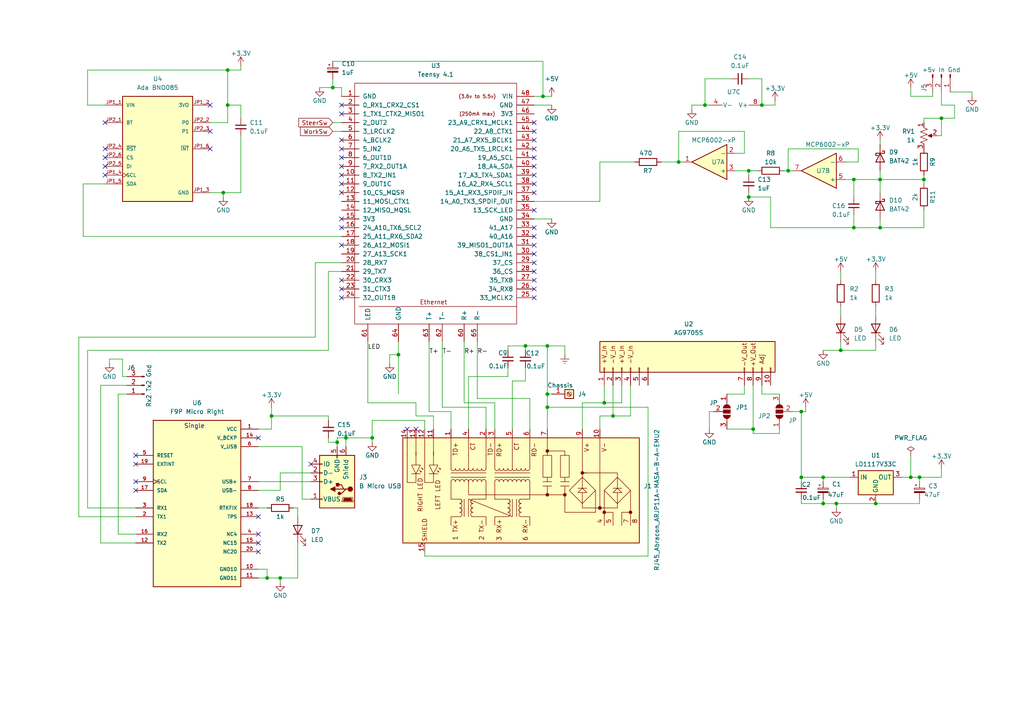
<source format=kicad_sch>
(kicad_sch (version 20211123) (generator eeschema)
  (paper "A4")
  (title_block (title "GPS_Micro") (date "2023-01-12") (comment 1 "Single Antenna Autosteer"))
  (lib_symbols
    (symbol "AS-RTK2B-MICRO-F9P-L1L2SMATH-00:AS-RTK2B-MICRO-F9P-L1L2SMATH-00" (pin_names (offset 1.016))
      (property "Reference" "U" (at -12.7 23.622 0))
      (property "Value" "AS-RTK2B-MICRO-F9P-L1L2SMATH-00" (at -12.7 -27.94 0))
      (symbol "AS-RTK2B-MICRO-F9P-L1L2SMATH-00_0_0"
        (pin power_in line (at 17.78 20.32 180) (length 5.08) (name "VCC") (number "1"))
        (pin power_in line (at 17.78 -20.32 180) (length 5.08) (name "GND10") (number "10"))
        (pin power_in line (at 17.78 -22.86 180) (length 5.08) (name "GND11") (number "11"))
        (pin output line (at -17.78 -12.7 0) (length 5.08) (name "TX2") (number "12"))
        (pin output line (at 17.78 -5.08 180) (length 5.08) (name "TPS") (number "13"))
        (pin power_in line (at 17.78 17.78 180) (length 5.08) (name "V_BCKP") (number "14"))
        (pin passive line (at 17.78 -12.7 180) (length 5.08) (name "NC15") (number "15"))
        (pin input line (at -17.78 -10.16 0) (length 5.08) (name "RX2") (number "16"))
        (pin bidirectional line (at -17.78 2.54 0) (length 5.08) (name "SDA") (number "17"))
        (pin output line (at 17.78 -2.54 180) (length 5.08) (name "RTKFIX") (number "18"))
        (pin input line (at -17.78 10.16 0) (length 5.08) (name "EXTINT") (number "19"))
        (pin output line (at -17.78 -5.08 0) (length 5.08) (name "TX1") (number "2"))
        (pin passive line (at 17.78 -15.24 180) (length 5.08) (name "NC20") (number "20"))
        (pin input line (at -17.78 -2.54 0) (length 5.08) (name "RX1") (number "3"))
        (pin passive line (at 17.78 -10.16 180) (length 5.08) (name "NC4") (number "4"))
        (pin input line (at -17.78 12.7 0) (length 5.08) (name "RESET") (number "5"))
        (pin power_in line (at 17.78 15.24 180) (length 5.08) (name "V_USB") (number "6"))
        (pin bidirectional line (at 17.78 5.08 180) (length 5.08) (name "USB+") (number "7"))
        (pin bidirectional line (at 17.78 2.54 180) (length 5.08) (name "USB-") (number "8"))
        (pin input clock (at -17.78 5.08 0) (length 5.08) (name "SCL") (number "9"))
      )
    )
    (symbol "Amplifier_Operational:MCP6002-xP" (pin_names (offset 0.127))
      (property "Reference" "U" (at 0 5.08 0))
      (property "Value" "MCP6002-xP" (at 0 -5.08 0))
      (symbol "MCP6002-xP_1_1"
        (pin output line (at 7.62 0 180) (length 2.54) (name "~") (number "1"))
        (pin input line (at -7.62 -2.54 0) (length 2.54) (name "-") (number "2"))
        (pin input line (at -7.62 2.54 0) (length 2.54) (name "+") (number "3"))
      )
      (symbol "MCP6002-xP_2_1"
        (pin input line (at -7.62 2.54 0) (length 2.54) (name "+") (number "5"))
        (pin input line (at -7.62 -2.54 0) (length 2.54) (name "-") (number "6"))
        (pin output line (at 7.62 0 180) (length 2.54) (name "~") (number "7"))
      )
      (symbol "MCP6002-xP_3_1"
        (pin power_in line (at -2.54 -7.62 90) (length 3.81) (name "V-") (number "4"))
        (pin power_in line (at -2.54 7.62 270) (length 3.81) (name "V+") (number "8"))
      )
    )
    (symbol "BNO085_4754:4754" (pin_names (offset 1.016))
      (property "Reference" "U" (at -10.16 16.002 0))
      (property "Value" "4754" (at -10.16 -17.78 0))
      (symbol "4754_0_0"
        (pin input line (at -15.24 12.7 0) (length 5.08) (name "VIN") (number "JP1_1"))
        (pin output line (at 15.24 12.7 180) (length 5.08) (name "3VO") (number "JP1_2"))
        (pin power_in line (at 15.24 -12.7 180) (length 5.08) (name "GND") (number "JP1_3"))
        (pin bidirectional clock (at -15.24 -7.62 0) (length 5.08) (name "SCL") (number "JP1_4"))
        (pin bidirectional line (at -15.24 -10.16 0) (length 5.08) (name "SDA") (number "JP1_5"))
        (pin output line (at 15.24 0 180) (length 5.08) (name "~{INT}") (number "JP1_6"))
        (pin input line (at -15.24 7.62 0) (length 5.08) (name "BT") (number "JP2_1"))
        (pin bidirectional line (at 15.24 7.62 180) (length 5.08) (name "P0") (number "JP2_2"))
        (pin bidirectional line (at 15.24 5.08 180) (length 5.08) (name "P1") (number "JP2_3"))
        (pin input line (at -15.24 0 0) (length 5.08) (name "~{RST}") (number "JP2_4"))
        (pin input line (at -15.24 -5.08 0) (length 5.08) (name "DI") (number "JP2_5"))
        (pin input line (at -15.24 -2.54 0) (length 5.08) (name "CS") (number "JP2_6"))
      )
    )
    (symbol "Connector:Conn_01x03_Male" (pin_names (offset 1.016) hide)
      (property "Reference" "J" (at 0 5.08 0))
      (property "Value" "Conn_01x03_Male" (at 0 -5.08 0))
      (symbol "Conn_01x03_Male_1_1"
        (pin passive line (at 5.08 2.54 180) (length 3.81) (name "Pin_1") (number "1"))
        (pin passive line (at 5.08 0 180) (length 3.81) (name "Pin_2") (number "2"))
        (pin passive line (at 5.08 -2.54 180) (length 3.81) (name "Pin_3") (number "3"))
      )
    )
    (symbol "Connector:RJ45_Abracon_ARJP11A-MASA-B-A-EMU2" (pin_names (offset 1.016) hide)
      (property "Reference" "J" (at 0 -38.1 0))
      (property "Value" "RJ45_Abracon_ARJP11A-MASA-B-A-EMU2" (at 0 -35.56 0))
      (symbol "RJ45_Abracon_ARJP11A-MASA-B-A-EMU2_0_0"
        (text "1 TX+" (at 11.43 -19.05 0) (effects (font (size 1.27 1.27))))
        (text "2 TX-" (at 11.43 -11.43 0) (effects (font (size 1.27 1.27))))
        (text "3 RX+" (at 11.43 -6.35 0) (effects (font (size 1.27 1.27))))
        (text "4" (at 8.89 22.86 0) (effects (font (size 1.27 1.27))))
        (text "5" (at 8.89 25.4 0) (effects (font (size 1.27 1.27))))
        (text "6 RX-" (at 11.43 1.27 0) (effects (font (size 1.27 1.27))))
        (text "7" (at 8.89 30.48 0) (effects (font (size 1.27 1.27))))
        (text "8" (at 8.89 33.02 0) (effects (font (size 1.27 1.27))))
        (text "CT" (at -13.97 -1.27 0) (effects (font (size 1.27 1.27)) (justify left)))
        (text "LEFT LED" (at 1.27 -24.13 0) (effects (font (size 1.27 1.27))))
        (text "RD-" (at -13.97 3.81 0) (effects (font (size 1.27 1.27)) (justify left)))
        (text "SHIELD" (at 11.43 -27.94 0) (effects (font (size 1.27 1.27))))
        (text "V+" (at -13.97 19.05 0) (effects (font (size 1.27 1.27)) (justify left)))
        (text "V-" (at -13.97 24.13 0) (effects (font (size 1.27 1.27)) (justify left)))
      )
      (symbol "RJ45_Abracon_ARJP11A-MASA-B-A-EMU2_1_1"
        (text "CT" (at -13.97 -13.97 0) (effects (font (size 1.27 1.27)) (justify left)))
        (text "RD+" (at -13.97 -6.35 0) (effects (font (size 1.27 1.27)) (justify left)))
        (text "RIGHT LED" (at 1.27 -29.21 0) (effects (font (size 1.27 1.27))))
        (text "TD+" (at -13.97 -19.05 0) (effects (font (size 1.27 1.27)) (justify left)))
        (text "TD-" (at -13.97 -8.89 0) (effects (font (size 1.27 1.27)) (justify left)))
        (pin passive line (at -17.78 -20.32 0) (length 2.54) (name "TD+") (number "1"))
        (pin power_out line (at -17.78 22.86 0) (length 2.54) (name "V-") (number "10"))
        (pin passive line (at -17.78 -25.4 0) (length 2.54) (name "LLED+") (number "11"))
        (pin passive line (at -17.78 -27.94 0) (length 2.54) (name "LLED-") (number "12"))
        (pin passive line (at -17.78 -30.48 0) (length 2.54) (name "RLED+") (number "13"))
        (pin passive line (at -17.78 -33.02 0) (length 2.54) (name "RLED-") (number "14"))
        (pin passive line (at 17.78 -27.94 180) (length 2.54) (name "SHIELD") (number "15"))
        (pin passive line (at -17.78 -10.16 0) (length 2.54) (name "TD-") (number "2"))
        (pin passive line (at -17.78 -7.62 0) (length 2.54) (name "RD+") (number "3"))
        (pin passive line (at -17.78 -15.24 0) (length 2.54) (name "CT") (number "4"))
        (pin passive line (at -17.78 -2.54 0) (length 2.54) (name "CT") (number "5"))
        (pin passive line (at -17.78 2.54 0) (length 2.54) (name "RD-") (number "6"))
        (pin passive line (at -17.78 7.62 0) (length 2.54) (name "7") (number "7"))
        (pin power_out line (at -17.78 17.78 0) (length 2.54) (name "V+") (number "9"))
      )
    )
    (symbol "Connector:Screw_Terminal_01x01" (pin_names (offset 1.016) hide)
      (property "Reference" "J" (at 0 2.54 0))
      (property "Value" "Screw_Terminal_01x01" (at 0 -2.54 0))
      (symbol "Screw_Terminal_01x01_1_1"
        (pin passive line (at -5.08 0 0) (length 3.81) (name "Pin_1") (number "1"))
      )
    )
    (symbol "Connector:USB_B_Micro" (pin_names (offset 1.016))
      (property "Reference" "J" (at -5.08 11.43 0))
      (property "Value" "USB_B_Micro" (at -5.08 8.89 0))
      (symbol "USB_B_Micro_1_1"
        (pin power_out line (at 7.62 5.08 180) (length 2.54) (name "VBUS") (number "1"))
        (pin bidirectional line (at 7.62 -2.54 180) (length 2.54) (name "D-") (number "2"))
        (pin bidirectional line (at 7.62 0 180) (length 2.54) (name "D+") (number "3"))
        (pin passive line (at 7.62 -5.08 180) (length 2.54) (name "ID") (number "4"))
        (pin power_out line (at 0 -10.16 90) (length 2.54) (name "GND") (number "5"))
        (pin passive line (at -2.54 -10.16 90) (length 2.54) (name "Shield") (number "6"))
      )
    )
    (symbol "Converter_DCDC:OKI-78SR-3.3_1.5-W36-C"
      (property "Reference" "U" (at -3.81 3.175 0))
      (property "Value" "OKI-78SR-3.3_1.5-W36-C" (at 0 3.175 0))
      (symbol "OKI-78SR-3.3_1.5-W36-C_1_1"
        (pin power_in line (at -7.62 0 0) (length 2.54) (name "IN") (number "1"))
        (pin power_in line (at 0 -7.62 90) (length 2.54) (name "GND") (number "2"))
        (pin power_out line (at 7.62 0 180) (length 2.54) (name "OUT") (number "3"))
      )
    )
    (symbol "Device:C_Polarized_Small" (pin_numbers hide) (pin_names (offset 0.254) hide)
      (property "Reference" "C" (at 0.254 1.778 0))
      (property "Value" "C_Polarized_Small" (at 0.254 -2.032 0))
      (symbol "C_Polarized_Small_1_1"
        (pin passive line (at 0 2.54 270) (length 1.8542) (name "~") (number "1"))
        (pin passive line (at 0 -2.54 90) (length 1.8542) (name "~") (number "2"))
      )
    )
    (symbol "Device:C_Small" (pin_numbers hide) (pin_names (offset 0.254) hide)
      (property "Reference" "C" (at 0.254 1.778 0))
      (property "Value" "C_Small" (at 0.254 -2.032 0))
      (symbol "C_Small_1_1"
        (pin passive line (at 0 2.54 270) (length 2.032) (name "~") (number "1"))
        (pin passive line (at 0 -2.54 90) (length 2.032) (name "~") (number "2"))
      )
    )
    (symbol "Device:LED" (pin_numbers hide) (pin_names (offset 1.016) hide)
      (property "Reference" "D" (at 0 2.54 0))
      (property "Value" "LED" (at 0 -2.54 0))
      (symbol "LED_1_1"
        (pin passive line (at -3.81 0 0) (length 2.54) (name "K") (number "1"))
        (pin passive line (at 3.81 0 180) (length 2.54) (name "A") (number "2"))
      )
    )
    (symbol "Device:R" (pin_numbers hide) (pin_names (offset 0))
      (property "Reference" "R" (at 2.032 0 90))
      (property "Value" "R" (at 0 0 90))
      (symbol "R_1_1"
        (pin passive line (at 0 3.81 270) (length 1.27) (name "~") (number "1"))
        (pin passive line (at 0 -3.81 90) (length 1.27) (name "~") (number "2"))
      )
    )
    (symbol "Device:R_Potentiometer_US" (pin_names (offset 1.016) hide)
      (property "Reference" "RV" (at -4.445 0 90))
      (property "Value" "R_Potentiometer_US" (at -2.54 0 90))
      (symbol "R_Potentiometer_US_1_1"
        (pin passive line (at 0 3.81 270) (length 1.27) (name "1") (number "1"))
        (pin passive line (at 3.81 0 180) (length 1.27) (name "2") (number "2"))
        (pin passive line (at 0 -3.81 90) (length 1.27) (name "3") (number "3"))
      )
    )
    (symbol "Diode:BAT42" (pin_numbers hide) (pin_names (offset 1.016) hide)
      (property "Reference" "D" (at 0 2.54 0))
      (property "Value" "BAT42" (at 0 -2.54 0))
      (symbol "BAT42_1_1"
        (pin passive line (at -3.81 0 0) (length 2.54) (name "K") (number "1"))
        (pin passive line (at 3.81 0 180) (length 2.54) (name "A") (number "2"))
      )
    )
    (symbol "Jumper:SolderJumper_3_Open" (pin_names (offset 0) hide)
      (property "Reference" "JP" (at -2.54 -2.54 0))
      (property "Value" "SolderJumper_3_Open" (at 0 2.794 0))
      (symbol "SolderJumper_3_Open_1_1"
        (pin passive line (at -5.08 0 0) (length 2.54) (name "A") (number "1"))
        (pin passive line (at 0 -3.81 90) (length 2.54) (name "C") (number "2"))
        (pin passive line (at 5.08 0 180) (length 2.54) (name "B") (number "3"))
      )
    )
    (symbol "ag9705s:AG9705S" (pin_names (offset 1.016) hide)
      (property "Reference" "U?" (at 1.6256 6.35 90))
      (property "Value" "AG9705S" (at 3.81 -1.27 90))
      (symbol "AG9705S_0_0"
        (text "+V_In" (at 3.81 17.78 0) (effects (font (size 1.27 1.27))))
        (text "+V_In" (at 3.81 22.86 0) (effects (font (size 1.27 1.27))))
        (text "+V_Out" (at 3.81 -20.32 0) (effects (font (size 1.27 1.27))))
        (text "-V_In" (at 3.81 15.24 0) (effects (font (size 1.27 1.27))))
        (text "-V_In" (at 3.81 20.32 0) (effects (font (size 1.27 1.27))))
        (text "-V_Out" (at 3.81 -17.78 0) (effects (font (size 1.27 1.27))))
        (text "Adj" (at 2.54 -22.86 0) (effects (font (size 1.27 1.27))))
      )
      (symbol "AG9705S_1_1"
        (pin power_in line (at -5.08 22.86 0) (length 3.81) (name "V+_In") (number "1"))
        (pin free line (at -5.08 -25.4 0) (length 3.81) (name "NC") (number "10"))
        (pin power_in line (at -5.08 20.32 0) (length 3.81) (name "V-_In") (number "2"))
        (pin power_in line (at -5.08 17.78 0) (length 3.81) (name "V+_In") (number "3"))
        (pin power_in line (at -5.08 15.24 0) (length 3.81) (name "V-_In") (number "4"))
        (pin free line (at -5.08 12.7 0) (length 3.81) (name "NC") (number "5"))
        (pin free line (at -5.08 10.16 0) (length 3.81) (name "NC") (number "6"))
        (pin power_out line (at -5.08 -17.78 0) (length 3.81) (name "-VDC") (number "7"))
        (pin power_out line (at -5.08 -20.32 0) (length 3.81) (name "VDC+") (number "8"))
        (pin power_in line (at -5.08 -22.86 0) (length 3.81) (name "Adj") (number "9"))
      )
    )
    (symbol "power:+3.3V" (power) (pin_names (offset 0))
      (property "Value" "+3.3V" (at 0 3.556 0))
      (symbol "+3.3V_1_1"
        (pin power_in line (at 0 0 90) (length 0) hide (name "+3.3V") (number "1"))
      )
    )
    (symbol "power:+5V" (power) (pin_names (offset 0))
      (property "Value" "+5V" (at 0 3.556 0))
      (symbol "+5V_1_1"
        (pin power_in line (at 0 0 90) (length 0) hide (name "+5V") (number "1"))
      )
    )
    (symbol "power:Earth" (power) (pin_names (offset 0))
      (symbol "Earth_1_1"
        (pin power_in line (at 0 0 270) (length 0) hide (name "Earth") (number "1"))
      )
    )
    (symbol "power:GND" (power) (pin_names (offset 0))
      (property "Value" "GND" (at 0 -3.81 0))
      (symbol "GND_1_1"
        (pin power_in line (at 0 0 270) (length 0) hide (name "GND") (number "1"))
      )
    )
    (symbol "power:PWR_FLAG" (power) (pin_numbers hide) (pin_names (offset 0) hide)
      (property "Value" "PWR_FLAG" (at 0 3.81 0))
      (symbol "PWR_FLAG_0_0"
        (pin power_out line (at 0 0 90) (length 0) (name "pwr") (number "1"))
      )
    )
    (symbol "teensy4.1_nohost_bgt:teensy4.1_NoHost_BGT" (pin_names (offset 1.016))
      (property "Reference" "U3" (at -60.325 107.95 0))
      (property "Value" "teensy4.1_NoHost_BGT" (at -60.325 105.41 0))
      (symbol "teensy4.1_NoHost_BGT_0_0"
        (text "(250mA max)" (at -48.26 93.98 0) (effects (font (size 1.016 1.016))))
        (text "(3.6v to 5.5v)" (at -48.26 99.06 0) (effects (font (size 1.016 1.016))))
        (text "Ethernet" (at -60.96 39.37 0) (effects (font (size 1.27 1.27))))
        (pin bidirectional line (at -87.63 76.2 0) (length 5.08) (name "8_TX2_IN1") (number "10"))
        (pin bidirectional line (at -87.63 73.66 0) (length 5.08) (name "9_OUT1C") (number "11"))
        (pin bidirectional line (at -87.63 71.12 0) (length 5.08) (name "10_CS_MQSR") (number "12"))
        (pin bidirectional line (at -87.63 68.58 0) (length 5.08) (name "11_MOSI_CTX1") (number "13"))
        (pin bidirectional line (at -87.63 66.04 0) (length 5.08) (name "12_MISO_MQSL") (number "14"))
        (pin power_out line (at -87.63 63.5 0) (length 5.08) (name "3V3") (number "15"))
        (pin bidirectional line (at -87.63 60.96 0) (length 5.08) (name "24_A10_TX6_SCL2") (number "16"))
        (pin bidirectional line (at -87.63 58.42 0) (length 5.08) (name "25_A11_RX6_SDA2") (number "17"))
        (pin bidirectional line (at -87.63 55.88 0) (length 5.08) (name "26_A12_MOSI1") (number "18"))
        (pin bidirectional line (at -87.63 53.34 0) (length 5.08) (name "27_A13_SCK1") (number "19"))
        (pin bidirectional line (at -87.63 50.8 0) (length 5.08) (name "28_RX7") (number "20"))
        (pin bidirectional line (at -87.63 48.26 0) (length 5.08) (name "29_TX7") (number "21"))
        (pin bidirectional line (at -87.63 45.72 0) (length 5.08) (name "30_CRX3") (number "22"))
        (pin bidirectional line (at -87.63 43.18 0) (length 5.08) (name "31_CTX3") (number "23"))
        (pin bidirectional line (at -87.63 40.64 0) (length 5.08) (name "32_OUT1B") (number "24"))
        (pin bidirectional line (at -31.75 40.64 180) (length 5.08) (name "33_MCLK2") (number "25"))
        (pin bidirectional line (at -31.75 43.18 180) (length 5.08) (name "34_RX8") (number "26"))
        (pin bidirectional line (at -31.75 45.72 180) (length 5.08) (name "35_TX8") (number "27"))
        (pin bidirectional line (at -31.75 48.26 180) (length 5.08) (name "36_CS") (number "28"))
        (pin bidirectional line (at -31.75 50.8 180) (length 5.08) (name "37_CS") (number "29"))
        (pin bidirectional line (at -31.75 53.34 180) (length 5.08) (name "38_CS1_IN1") (number "30"))
        (pin bidirectional line (at -31.75 55.88 180) (length 5.08) (name "39_MISO1_OUT1A") (number "31"))
        (pin bidirectional line (at -31.75 58.42 180) (length 5.08) (name "40_A16") (number "32"))
        (pin bidirectional line (at -31.75 60.96 180) (length 5.08) (name "41_A17") (number "33"))
        (pin bidirectional line (at -31.75 66.04 180) (length 5.08) (name "13_SCK_LED") (number "35"))
        (pin bidirectional line (at -31.75 68.58 180) (length 5.08) (name "14_A0_TX3_SPDIF_OUT") (number "36"))
        (pin bidirectional line (at -31.75 71.12 180) (length 5.08) (name "15_A1_RX3_SPDIF_IN") (number "37"))
        (pin bidirectional line (at -31.75 73.66 180) (length 5.08) (name "16_A2_RX4_SCL1") (number "38"))
        (pin bidirectional line (at -31.75 76.2 180) (length 5.08) (name "17_A3_TX4_SDA1") (number "39"))
        (pin bidirectional line (at -31.75 78.74 180) (length 5.08) (name "18_A4_SDA") (number "40"))
        (pin bidirectional line (at -31.75 81.28 180) (length 5.08) (name "19_A5_SCL") (number "41"))
        (pin bidirectional line (at -31.75 83.82 180) (length 5.08) (name "20_A6_TX5_LRCLK1") (number "42"))
        (pin bidirectional line (at -31.75 86.36 180) (length 5.08) (name "21_A7_RX5_BCLK1") (number "43"))
        (pin bidirectional line (at -31.75 88.9 180) (length 5.08) (name "22_A8_CTX1") (number "44"))
        (pin bidirectional line (at -31.75 91.44 180) (length 5.08) (name "23_A9_CRX1_MCLK1") (number "45"))
        (pin output line (at -31.75 93.98 180) (length 5.08) (name "3V3") (number "46"))
        (pin output line (at -31.75 96.52 180) (length 5.08) (name "GND") (number "47"))
        (pin power_in line (at -31.75 99.06 180) (length 5.08) (name "VIN") (number "48"))
        (pin bidirectional line (at -87.63 88.9 0) (length 5.08) (name "3_LRCLK2") (number "5"))
        (pin bidirectional line (at -87.63 86.36 0) (length 5.08) (name "4_BCLK2") (number "6"))
        (pin bidirectional line (at -52.07 27.94 90) (length 5.08) (name "R+") (number "60"))
        (pin bidirectional line (at -80.01 27.94 90) (length 5.08) (name "LED") (number "61"))
        (pin bidirectional line (at -58.42 27.94 90) (length 5.08) (name "T-") (number "62"))
        (pin bidirectional line (at -62.23 27.94 90) (length 5.08) (name "T+") (number "63"))
        (pin bidirectional line (at -71.12 27.94 90) (length 5.08) (name "GND") (number "64"))
        (pin bidirectional line (at -48.26 27.94 90) (length 5.08) (name "R-") (number "65"))
        (pin bidirectional line (at -87.63 83.82 0) (length 5.08) (name "5_IN2") (number "7"))
        (pin bidirectional line (at -87.63 81.28 0) (length 5.08) (name "6_OUT1D") (number "8"))
        (pin bidirectional line (at -87.63 78.74 0) (length 5.08) (name "7_RX2_OUT1A") (number "9"))
      )
      (symbol "teensy4.1_NoHost_BGT_1_1"
        (pin power_in line (at -87.63 99.06 0) (length 5.08) (name "GND") (number "1"))
        (pin bidirectional line (at -87.63 96.52 0) (length 5.08) (name "0_RX1_CRX2_CS1") (number "2"))
        (pin bidirectional line (at -87.63 93.98 0) (length 5.08) (name "1_TX1_CTX2_MISO1") (number "3"))
        (pin power_in line (at -31.75 63.5 180) (length 5.08) (name "GND") (number "34"))
        (pin bidirectional line (at -87.63 91.44 0) (length 5.08) (name "2_OUT2") (number "4"))
      )
    )
  )
  (junction (at 228.6 49.53))
  (junction (at 115.57 102.87))
  (junction (at 217.17 49.53))
  (junction (at 264.16 138.43))
  (junction (at 81.28 167.64))
  (junction (at 217.17 57.15))
  (junction (at 204.47 30.48))
  (junction (at 66.04 30.48))
  (junction (at 96.52 25.4))
  (junction (at 157.48 27.94))
  (junction (at 238.76 146.05))
  (junction (at 100.33 127))
  (junction (at 218.44 124.46))
  (junction (at 107.95 127))
  (junction (at 232.41 138.43))
  (junction (at 238.76 138.43))
  (junction (at 177.8 120.65))
  (junction (at 78.74 120.65))
  (junction (at 247.65 66.04))
  (junction (at 97.79 128.27))
  (junction (at 232.41 119.38))
  (junction (at 243.84 101.6))
  (junction (at 175.26 116.84))
  (junction (at 158.75 114.3))
  (junction (at 64.77 55.88))
  (junction (at 66.04 20.32))
  (junction (at 255.27 66.04))
  (junction (at 77.47 167.64))
  (junction (at 158.75 118.11))
  (junction (at 220.98 30.48))
  (junction (at 255.27 52.07))
  (junction (at 266.7 138.43))
  (junction (at 267.97 52.07))
  (junction (at 254 146.05))
  (junction (at 242.57 146.05))
  (junction (at 152.4 100.33))
  (junction (at 247.65 52.07))
  (junction (at 158.75 100.33))
  (junction (at 196.85 46.99))
  (junction (at 273.05 34.29))
  (no_connect (at 154.94 55.88))
  (no_connect (at 154.94 81.28))
  (no_connect (at 99.06 86.36))
  (no_connect (at 39.37 142.24))
  (no_connect (at 118.11 124.46))
  (no_connect (at 154.94 60.96))
  (no_connect (at 99.06 71.12))
  (no_connect (at 30.48 50.8))
  (no_connect (at 154.94 78.74))
  (no_connect (at 154.94 86.36))
  (no_connect (at 39.37 134.62))
  (no_connect (at 99.06 81.28))
  (no_connect (at 74.93 127))
  (no_connect (at 74.93 149.86))
  (no_connect (at 30.48 35.56))
  (no_connect (at 154.94 53.34))
  (no_connect (at 90.17 134.62))
  (no_connect (at 154.94 83.82))
  (no_connect (at 30.48 43.18))
  (no_connect (at 99.06 83.82))
  (no_connect (at 99.06 30.48))
  (no_connect (at 99.06 66.04))
  (no_connect (at 74.93 160.02))
  (no_connect (at 154.94 68.58))
  (no_connect (at 99.06 33.02))
  (no_connect (at 60.96 30.48))
  (no_connect (at 154.94 40.64))
  (no_connect (at 99.06 48.26))
  (no_connect (at 99.06 40.64))
  (no_connect (at 154.94 38.1))
  (no_connect (at 74.93 154.94))
  (no_connect (at 154.94 73.66))
  (no_connect (at 74.93 157.48))
  (no_connect (at 99.06 55.88))
  (no_connect (at 154.94 43.18))
  (no_connect (at 154.94 71.12))
  (no_connect (at 154.94 35.56))
  (no_connect (at 99.06 53.34))
  (no_connect (at 30.48 45.72))
  (no_connect (at 154.94 45.72))
  (no_connect (at 30.48 48.26))
  (no_connect (at 60.96 38.1))
  (no_connect (at 60.96 43.18))
  (no_connect (at 154.94 76.2))
  (no_connect (at 99.06 43.18))
  (no_connect (at 39.37 139.7))
  (no_connect (at 120.65 124.46))
  (no_connect (at 154.94 48.26))
  (no_connect (at 99.06 50.8))
  (no_connect (at 39.37 132.08))
  (no_connect (at 99.06 45.72))
  (no_connect (at 154.94 66.04))
  (no_connect (at 99.06 63.5))
  (no_connect (at 154.94 50.8))
  (wire (pts (xy 254 88.9) (xy 254 91.44)))
  (wire (pts (xy 243.84 78.74) (xy 243.84 81.28)))
  (wire (pts (xy 96.52 17.78) (xy 157.48 17.78)))
  (wire (pts (xy 273.05 26.67) (xy 273.05 30.48)))
  (wire (pts (xy 158.75 100.33) (xy 158.75 114.3)))
  (wire (pts (xy 229.87 119.38) (xy 232.41 119.38)))
  (wire (pts (xy 64.77 55.88) (xy 64.77 57.15)))
  (wire (pts (xy 264.16 138.43) (xy 266.7 138.43)))
  (wire (pts (xy 267.97 34.29) (xy 267.97 35.56)))
  (wire (pts (xy 124.46 99.06) (xy 124.46 119.38)))
  (wire (pts (xy 74.93 167.64) (xy 77.47 167.64)))
  (wire (pts (xy 39.37 154.94) (xy 34.29 154.94)))
  (wire (pts (xy 113.03 105.41) (xy 113.03 102.87)))
  (wire (pts (xy 148.59 110.49) (xy 152.4 110.49)))
  (wire (pts (xy 29.21 157.48) (xy 29.21 111.76)))
  (wire (pts (xy 191.77 46.99) (xy 196.85 46.99)))
  (wire (pts (xy 168.91 124.46) (xy 168.91 116.84)))
  (wire (pts (xy 217.17 22.86) (xy 220.98 22.86)))
  (wire (pts (xy 74.93 165.1) (xy 77.47 165.1)))
  (wire (pts (xy 196.85 38.1) (xy 196.85 46.99)))
  (wire (pts (xy 217.17 49.53) (xy 219.71 49.53)))
  (wire (pts (xy 123.19 160.02) (xy 123.19 161.29)))
  (wire (pts (xy 232.41 144.78) (xy 232.41 146.05)))
  (wire (pts (xy 34.29 114.3) (xy 36.83 114.3)))
  (wire (pts (xy 205.74 119.38) (xy 205.74 124.46)))
  (wire (pts (xy 267.97 60.96) (xy 267.97 66.04)))
  (wire (pts (xy 245.11 52.07) (xy 247.65 52.07)))
  (wire (pts (xy 247.65 52.07) (xy 247.65 57.15)))
  (wire (pts (xy 261.62 138.43) (xy 264.16 138.43)))
  (wire (pts (xy 238.76 101.6) (xy 243.84 101.6)))
  (wire (pts (xy 22.86 97.79) (xy 22.86 149.86)))
  (wire (pts (xy 175.26 116.84) (xy 180.34 116.84)))
  (wire (pts (xy 275.59 26.67) (xy 281.94 26.67)))
  (wire (pts (xy 271.78 39.37) (xy 273.05 39.37)))
  (wire (pts (xy 86.36 157.48) (xy 86.36 167.64)))
  (wire (pts (xy 173.99 124.46) (xy 173.99 120.65)))
  (wire (pts (xy 95.25 128.27) (xy 97.79 128.27)))
  (wire (pts (xy 281.94 26.67) (xy 281.94 27.94)))
  (wire (pts (xy 154.94 27.94) (xy 157.48 27.94)))
  (wire (pts (xy 254 101.6) (xy 254 99.06)))
  (wire (pts (xy 100.33 127) (xy 100.33 129.54)))
  (wire (pts (xy 95.25 127) (xy 95.25 128.27)))
  (wire (pts (xy 245.11 46.99) (xy 248.92 46.99)))
  (wire (pts (xy 177.8 111.76) (xy 177.8 120.65)))
  (wire (pts (xy 267.97 34.29) (xy 273.05 34.29)))
  (wire (pts (xy 69.85 30.48) (xy 69.85 34.29)))
  (wire (pts (xy 25.4 147.32) (xy 39.37 147.32)))
  (wire (pts (xy 140.97 118.11) (xy 128.27 118.11)))
  (wire (pts (xy 60.96 35.56) (xy 66.04 35.56)))
  (wire (pts (xy 238.76 138.43) (xy 246.38 138.43)))
  (wire (pts (xy 95.25 101.6) (xy 95.25 78.74)))
  (wire (pts (xy 205.74 119.38) (xy 207.01 119.38)))
  (wire (pts (xy 25.4 147.32) (xy 25.4 101.6)))
  (wire (pts (xy 115.57 114.3) (xy 115.57 102.87)))
  (wire (pts (xy 255.27 63.5) (xy 255.27 66.04)))
  (wire (pts (xy 228.6 43.18) (xy 228.6 49.53)))
  (wire (pts (xy 96.52 25.4) (xy 99.06 25.4)))
  (wire (pts (xy 134.62 116.84) (xy 143.51 116.84)))
  (wire (pts (xy 35.56 109.22) (xy 35.56 104.14)))
  (wire (pts (xy 175.26 111.76) (xy 175.26 116.84)))
  (wire (pts (xy 200.66 30.48) (xy 204.47 30.48)))
  (wire (pts (xy 173.99 58.42) (xy 154.94 58.42)))
  (wire (pts (xy 270.51 27.94) (xy 264.16 27.94)))
  (wire (pts (xy 123.19 161.29) (xy 187.96 161.29)))
  (wire (pts (xy 35.56 104.14) (xy 31.75 104.14)))
  (wire (pts (xy 228.6 49.53) (xy 229.87 49.53)))
  (wire (pts (xy 143.51 116.84) (xy 143.51 124.46)))
  (wire (pts (xy 147.32 106.68) (xy 147.32 109.22)))
  (wire (pts (xy 66.04 30.48) (xy 66.04 35.56)))
  (wire (pts (xy 242.57 146.05) (xy 254 146.05)))
  (wire (pts (xy 226.06 125.73) (xy 218.44 125.73)))
  (wire (pts (xy 30.48 53.34) (xy 24.13 53.34)))
  (wire (pts (xy 25.4 30.48) (xy 25.4 20.32)))
  (wire (pts (xy 232.41 138.43) (xy 232.41 139.7)))
  (wire (pts (xy 24.13 53.34) (xy 24.13 68.58)))
  (wire (pts (xy 223.52 66.04) (xy 247.65 66.04)))
  (wire (pts (xy 77.47 165.1) (xy 77.47 167.64)))
  (wire (pts (xy 92.71 25.4) (xy 96.52 25.4)))
  (wire (pts (xy 173.99 46.99) (xy 184.15 46.99)))
  (wire (pts (xy 24.13 68.58) (xy 99.06 68.58)))
  (wire (pts (xy 180.34 111.76) (xy 180.34 116.84)))
  (wire (pts (xy 233.68 118.11) (xy 233.68 119.38)))
  (wire (pts (xy 226.06 124.46) (xy 226.06 125.73)))
  (wire (pts (xy 90.17 144.78) (xy 87.63 144.78)))
  (wire (pts (xy 223.52 57.15) (xy 223.52 66.04)))
  (wire (pts (xy 270.51 26.67) (xy 270.51 27.94)))
  (wire (pts (xy 173.99 120.65) (xy 177.8 120.65)))
  (wire (pts (xy 232.41 119.38) (xy 232.41 138.43)))
  (wire (pts (xy 224.79 29.21) (xy 224.79 30.48)))
  (wire (pts (xy 232.41 146.05) (xy 238.76 146.05)))
  (wire (pts (xy 107.95 121.92) (xy 107.95 127)))
  (wire (pts (xy 69.85 39.37) (xy 69.85 55.88)))
  (wire (pts (xy 273.05 135.89) (xy 273.05 138.43)))
  (wire (pts (xy 87.63 144.78) (xy 87.63 129.54)))
  (wire (pts (xy 200.66 31.75) (xy 200.66 30.48)))
  (wire (pts (xy 254 78.74) (xy 254 81.28)))
  (wire (pts (xy 247.65 52.07) (xy 255.27 52.07)))
  (wire (pts (xy 140.97 124.46) (xy 140.97 118.11)))
  (wire (pts (xy 78.74 120.65) (xy 78.74 124.46)))
  (wire (pts (xy 168.91 116.84) (xy 175.26 116.84)))
  (wire (pts (xy 34.29 154.94) (xy 34.29 114.3)))
  (wire (pts (xy 95.25 121.92) (xy 95.25 120.65)))
  (wire (pts (xy 213.36 49.53) (xy 217.17 49.53)))
  (wire (pts (xy 91.44 97.79) (xy 22.86 97.79)))
  (wire (pts (xy 163.83 100.33) (xy 158.75 100.33)))
  (wire (pts (xy 69.85 19.05) (xy 69.85 20.32)))
  (wire (pts (xy 81.28 137.16) (xy 81.28 142.24)))
  (wire (pts (xy 187.96 161.29) (xy 187.96 118.11)))
  (wire (pts (xy 147.32 100.33) (xy 152.4 100.33)))
  (wire (pts (xy 267.97 50.8) (xy 267.97 52.07)))
  (wire (pts (xy 85.09 147.32) (xy 86.36 147.32)))
  (wire (pts (xy 107.95 127) (xy 107.95 128.27)))
  (wire (pts (xy 74.93 139.7) (xy 90.17 139.7)))
  (wire (pts (xy 153.67 115.57) (xy 153.67 124.46)))
  (wire (pts (xy 125.73 120.65) (xy 125.73 124.46)))
  (wire (pts (xy 157.48 27.94) (xy 160.02 27.94)))
  (wire (pts (xy 267.97 53.34) (xy 267.97 52.07)))
  (wire (pts (xy 218.44 111.76) (xy 218.44 124.46)))
  (wire (pts (xy 182.88 120.65) (xy 182.88 111.76)))
  (wire (pts (xy 81.28 137.16) (xy 90.17 137.16)))
  (wire (pts (xy 255.27 66.04) (xy 267.97 66.04)))
  (wire (pts (xy 266.7 138.43) (xy 273.05 138.43)))
  (wire (pts (xy 99.06 76.2) (xy 91.44 76.2)))
  (wire (pts (xy 220.98 114.3) (xy 226.06 114.3)))
  (wire (pts (xy 243.84 101.6) (xy 254 101.6)))
  (wire (pts (xy 276.86 30.48) (xy 276.86 34.29)))
  (wire (pts (xy 81.28 168.91) (xy 81.28 167.64)))
  (wire (pts (xy 99.06 27.94) (xy 99.06 25.4)))
  (wire (pts (xy 36.83 109.22) (xy 35.56 109.22)))
  (wire (pts (xy 218.44 124.46) (xy 210.82 124.46)))
  (wire (pts (xy 30.48 30.48) (xy 25.4 30.48)))
  (wire (pts (xy 87.63 129.54) (xy 74.93 129.54)))
  (wire (pts (xy 69.85 20.32) (xy 66.04 20.32)))
  (wire (pts (xy 273.05 30.48) (xy 276.86 30.48)))
  (wire (pts (xy 100.33 127) (xy 107.95 127)))
  (wire (pts (xy 220.98 22.86) (xy 220.98 30.48)))
  (wire (pts (xy 96.52 22.86) (xy 96.52 25.4)))
  (wire (pts (xy 232.41 138.43) (xy 238.76 138.43)))
  (wire (pts (xy 81.28 167.64) (xy 77.47 167.64)))
  (wire (pts (xy 255.27 49.53) (xy 255.27 52.07)))
  (wire (pts (xy 238.76 146.05) (xy 242.57 146.05)))
  (wire (pts (xy 134.62 99.06) (xy 134.62 116.84)))
  (wire (pts (xy 158.75 118.11) (xy 158.75 114.3)))
  (wire (pts (xy 218.44 125.73) (xy 218.44 124.46)))
  (wire (pts (xy 138.43 115.57) (xy 153.67 115.57)))
  (wire (pts (xy 213.36 44.45) (xy 215.9 44.45)))
  (wire (pts (xy 248.92 46.99) (xy 248.92 43.18)))
  (wire (pts (xy 266.7 138.43) (xy 266.7 139.7)))
  (wire (pts (xy 135.89 109.22) (xy 135.89 124.46)))
  (wire (pts (xy 215.9 111.76) (xy 215.9 114.3)))
  (wire (pts (xy 152.4 100.33) (xy 152.4 101.6)))
  (wire (pts (xy 264.16 25.4) (xy 264.16 27.94)))
  (wire (pts (xy 106.68 99.06) (xy 106.68 116.84)))
  (wire (pts (xy 267.97 52.07) (xy 255.27 52.07)))
  (wire (pts (xy 273.05 34.29) (xy 276.86 34.29)))
  (wire (pts (xy 60.96 55.88) (xy 64.77 55.88)))
  (wire (pts (xy 124.46 119.38) (xy 130.81 119.38)))
  (wire (pts (xy 196.85 38.1) (xy 215.9 38.1)))
  (wire (pts (xy 25.4 20.32) (xy 66.04 20.32)))
  (wire (pts (xy 215.9 38.1) (xy 215.9 44.45)))
  (wire (pts (xy 148.59 124.46) (xy 148.59 110.49)))
  (wire (pts (xy 95.25 78.74) (xy 99.06 78.74)))
  (wire (pts (xy 154.94 63.5) (xy 160.02 63.5)))
  (wire (pts (xy 152.4 100.33) (xy 158.75 100.33)))
  (wire (pts (xy 78.74 120.65) (xy 95.25 120.65)))
  (wire (pts (xy 154.94 30.48) (xy 160.02 30.48)))
  (wire (pts (xy 147.32 109.22) (xy 135.89 109.22)))
  (wire (pts (xy 212.09 22.86) (xy 204.47 22.86)))
  (wire (pts (xy 273.05 39.37) (xy 273.05 34.29)))
  (wire (pts (xy 120.65 116.84) (xy 120.65 120.65)))
  (wire (pts (xy 25.4 101.6) (xy 95.25 101.6)))
  (wire (pts (xy 204.47 22.86) (xy 204.47 30.48)))
  (wire (pts (xy 264.16 132.08) (xy 264.16 138.43)))
  (wire (pts (xy 158.75 114.3) (xy 160.02 114.3)))
  (wire (pts (xy 74.93 124.46) (xy 78.74 124.46)))
  (wire (pts (xy 78.74 118.11) (xy 78.74 120.65)))
  (wire (pts (xy 177.8 120.65) (xy 182.88 120.65)))
  (wire (pts (xy 115.57 102.87) (xy 115.57 99.06)))
  (wire (pts (xy 107.95 121.92) (xy 123.19 121.92)))
  (wire (pts (xy 254 146.05) (xy 266.7 146.05)))
  (wire (pts (xy 173.99 46.99) (xy 173.99 58.42)))
  (wire (pts (xy 96.52 38.1) (xy 99.06 38.1)))
  (wire (pts (xy 113.03 102.87) (xy 115.57 102.87)))
  (wire (pts (xy 223.52 57.15) (xy 217.17 57.15)))
  (wire (pts (xy 217.17 55.88) (xy 217.17 57.15)))
  (wire (pts (xy 204.47 30.48) (xy 205.74 30.48)))
  (wire (pts (xy 220.98 111.76) (xy 220.98 114.3)))
  (wire (pts (xy 86.36 147.32) (xy 86.36 149.86)))
  (wire (pts (xy 238.76 144.78) (xy 238.76 146.05)))
  (wire (pts (xy 227.33 49.53) (xy 228.6 49.53)))
  (wire (pts (xy 243.84 88.9) (xy 243.84 91.44)))
  (wire (pts (xy 233.68 119.38) (xy 232.41 119.38)))
  (wire (pts (xy 66.04 20.32) (xy 66.04 30.48)))
  (wire (pts (xy 247.65 62.23) (xy 247.65 66.04)))
  (wire (pts (xy 81.28 142.24) (xy 74.93 142.24)))
  (wire (pts (xy 91.44 76.2) (xy 91.44 97.79)))
  (wire (pts (xy 217.17 49.53) (xy 217.17 50.8)))
  (wire (pts (xy 255.27 52.07) (xy 255.27 55.88)))
  (wire (pts (xy 128.27 99.06) (xy 128.27 118.11)))
  (wire (pts (xy 266.7 144.78) (xy 266.7 146.05)))
  (wire (pts (xy 130.81 119.38) (xy 130.81 124.46)))
  (wire (pts (xy 255.27 40.64) (xy 255.27 41.91)))
  (wire (pts (xy 106.68 116.84) (xy 120.65 116.84)))
  (wire (pts (xy 157.48 17.78) (xy 157.48 27.94)))
  (wire (pts (xy 138.43 99.06) (xy 138.43 115.57)))
  (wire (pts (xy 247.65 66.04) (xy 255.27 66.04)))
  (wire (pts (xy 74.93 147.32) (xy 77.47 147.32)))
  (wire (pts (xy 81.28 167.64) (xy 86.36 167.64)))
  (wire (pts (xy 31.75 104.14) (xy 31.75 105.41)))
  (wire (pts (xy 248.92 43.18) (xy 228.6 43.18)))
  (wire (pts (xy 158.75 124.46) (xy 158.75 118.11)))
  (wire (pts (xy 39.37 157.48) (xy 29.21 157.48)))
  (wire (pts (xy 96.52 35.56) (xy 99.06 35.56)))
  (wire (pts (xy 242.57 147.32) (xy 242.57 146.05)))
  (wire (pts (xy 220.98 30.48) (xy 224.79 30.48)))
  (wire (pts (xy 196.85 46.99) (xy 198.12 46.99)))
  (wire (pts (xy 163.83 102.87) (xy 163.83 100.33)))
  (wire (pts (xy 29.21 111.76) (xy 36.83 111.76)))
  (wire (pts (xy 243.84 99.06) (xy 243.84 101.6)))
  (wire (pts (xy 187.96 118.11) (xy 158.75 118.11)))
  (wire (pts (xy 147.32 101.6) (xy 147.32 100.33)))
  (wire (pts (xy 238.76 138.43) (xy 238.76 139.7)))
  (wire (pts (xy 97.79 128.27) (xy 97.79 127)))
  (wire (pts (xy 64.77 55.88) (xy 69.85 55.88)))
  (wire (pts (xy 22.86 149.86) (xy 39.37 149.86)))
  (wire (pts (xy 97.79 129.54) (xy 97.79 128.27)))
  (wire (pts (xy 66.04 30.48) (xy 69.85 30.48)))
  (wire (pts (xy 210.82 114.3) (xy 215.9 114.3)))
  (wire (pts (xy 152.4 106.68) (xy 152.4 110.49)))
  (wire (pts (xy 120.65 120.65) (xy 125.73 120.65)))
  (wire (pts (xy 123.19 121.92) (xy 123.19 124.46)))
  (wire (pts (xy 97.79 127) (xy 100.33 127)))
  (text "Single\n" (at 53.34 124.46 0) (effects (font (size 1.27 1.27)) (justify left bottom)))
  (label "T-" (at 128.27 102.87 0))
  (label "R+" (at 134.62 102.87 0))
  (label "LED" (at 106.68 101.6 0))
  (label "R-" (at 138.43 102.87 0))
  (label "T+" (at 124.46 102.87 0))
  (global_label "WorkSw" (shape input) (at 96.52 38.1 180) (property "Intersheet References" "${INTERSHEET_REFS}" (effects hide)))
  (global_label "SteerSw" (shape input) (at 96.52 35.56 180) (property "Intersheet References" "${INTERSHEET_REFS}" (effects hide)))
  (symbol (lib_id "power:+3.3V") (at 69.85 19.05 0) (unit 1)
    (property "Reference" "#PWR0101" (effects hide))
    (property "Value" "+3.3V" (at 69.85 15.494 0))
  )
  (symbol (lib_id "Connector:Conn_01x03_Male") (at 273.05 21.59 270) (unit 1)
    (property "Reference" "J5" (at 267.97 26.67 0) (effects (justify right)))
    (property "Value" "+5v In Gnd" (at 278.6187 20.2574 90) (effects (justify right)))
    (property "Footprint" "Connector_PinHeader_2.54mm:PinHeader_1x03_P2.54mm_Vertical" (effects hide))
  )
  (symbol (lib_id "ag9705s:AG9705S") (at 198.12 106.68 90) (unit 1)
    (property "Reference" "U2" (at 199.7456 93.98 90))
    (property "Value" "AG9705S" (at 199.7456 96.52 90))
    (property "Footprint" "AA_Foots:AG9700S" (effects hide))
  )
  (symbol (lib_id "power:GND") (at 217.17 57.15 0) (unit 1)
    (property "Reference" "#PWR06" (effects hide))
    (property "Value" "GND" (at 217.17 60.96 0))
  )
  (symbol (lib_id "Device:C_Small") (at 147.32 104.14 0) (unit 1)
    (property "Reference" "C9" (at 144.48 102.3878 0) (effects (justify left)))
    (property "Value" "0.1uF" (at 141.7096 106.1602 0) (effects (justify left)))
    (property "Footprint" "Capacitor_THT:C_Disc_D7.0mm_W2.5mm_P5.00mm" (effects hide))
  )
  (symbol (lib_id "power:GND") (at 107.95 128.27 0) (unit 1)
    (property "Reference" "#PWR0109" (effects hide))
    (property "Value" "GND" (at 107.95 132.08 0))
  )
  (symbol (lib_id "power:GND") (at 81.28 168.91 0) (unit 1)
    (property "Reference" "#PWR0104" (effects hide))
    (property "Value" "GND" (at 81.28 172.72 0))
  )
  (symbol (lib_id "power:+5V") (at 160.02 27.94 0) (unit 1)
    (property "Reference" "#PWR0106" (effects hide))
    (property "Value" "+5V" (at 160.02 22.86 0))
  )
  (symbol (lib_id "power:+3.3V") (at 254 78.74 0) (unit 1)
    (property "Reference" "#PWR0111" (effects hide))
    (property "Value" "+3.3V" (at 254 75.184 0))
  )
  (symbol (lib_id "power:GND") (at 64.77 57.15 0) (unit 1)
    (property "Reference" "#PWR0122" (effects hide))
    (property "Value" "GND" (at 64.77 60.96 0))
  )
  (symbol (lib_id "Connector:RJ45_Abracon_ARJP11A-MASA-B-A-EMU2") (at 151.13 142.24 270) (unit 1)
    (property "Reference" "J1" (at 186.69 140.9699 90) (effects (justify left)))
    (property "Value" "RJ45_Abracon_ARJP11A-MASA-B-A-EMU2" (at 190.5 124.46 0) (effects (justify left)))
    (property "Footprint" "Connector_RJ:RJ45_Abracon_ARJP11A-MA_Horizontal" (effects hide))
    (property "Datasheet" "https://abracon.com/Magnetics/lan/ARJP11A.PDF" (effects hide))
  )
  (symbol (lib_id "power:+3.3V") (at 255.27 40.64 0) (unit 1)
    (property "Reference" "#PWR08" (effects hide))
    (property "Value" "+3.3V" (at 255.27 37.084 0))
  )
  (symbol (lib_id "power:GND") (at 160.02 30.48 0) (unit 1)
    (property "Reference" "#PWR0108" (effects hide))
    (property "Value" "GND" (at 160.02 34.29 0))
  )
  (symbol (lib_id "Device:R_Potentiometer_US") (at 267.97 39.37 0) (unit 1)
    (property "Reference" "RV1" (at 265.43 38.0999 0) (effects (justify right)))
    (property "Value" "1k" (at 265.43 40.64 0) (effects (justify right)))
    (property "Footprint" "Potentiometer_THT:Potentiometer_Bourns_3296Y_Vertical" (effects hide))
  )
  (symbol (lib_id "Diode:BAT42") (at 255.27 59.69 270) (unit 1)
    (property "Reference" "D10" (at 257.81 58.1024 90) (effects (justify left)))
    (property "Value" "BAT42" (at 257.81 60.6424 90) (effects (justify left)))
    (property "Footprint" "Diode_THT:D_DO-35_SOD27_P7.62mm_Horizontal" (effects hide))
    (property "Datasheet" "http://www.vishay.com/docs/85660/bat42.pdf" (effects hide))
  )
  (symbol (lib_id "Connector:Screw_Terminal_01x01") (at 165.1 114.3 0) (unit 1)
    (property "Reference" "J4" (at 167.64 114.3 0) (effects (justify left)))
    (property "Value" "Chassis" (at 158.75 111.76 0) (effects (justify left)))
    (property "Footprint" "Connector_Pin:Pin_D1.3mm_L11.3mm_W2.8mm_Flat" (effects hide))
  )
  (symbol (lib_id "power:+3.3V") (at 224.79 29.21 0) (unit 1)
    (property "Reference" "#PWR04" (effects hide))
    (property "Value" "+3.3V" (at 224.79 25.654 0))
  )
  (symbol (lib_id "Device:C_Small") (at 217.17 53.34 0) (unit 1)
    (property "Reference" "C13" (at 219.71 52.0762 0) (effects (justify left)))
    (property "Value" "1uF" (at 219.71 54.6162 0) (effects (justify left)))
    (property "Footprint" "Capacitor_THT:C_Disc_D7.0mm_W2.5mm_P5.00mm" (effects hide))
  )
  (symbol (lib_id "Device:C_Small") (at 232.41 142.24 0) (unit 1)
    (property "Reference" "C2" (at 232.5064 140.5467 0) (effects (justify left)))
    (property "Value" "0.1uF" (at 232.6833 144.3192 0) (effects (justify left)))
    (property "Footprint" "Capacitor_THT:C_Disc_D7.0mm_W2.5mm_P5.00mm" (effects hide))
  )
  (symbol (lib_id "Device:C_Small") (at 214.63 22.86 90) (unit 1)
    (property "Reference" "C14" (at 214.6363 16.51 90))
    (property "Value" "0.1uF" (at 214.6363 19.05 90))
    (property "Footprint" "Capacitor_THT:C_Disc_D7.0mm_W2.5mm_P5.00mm" (effects hide))
  )
  (symbol (lib_id "Device:LED") (at 86.36 153.67 90) (unit 1)
    (property "Reference" "D7" (at 90.17 153.9874 90) (effects (justify right)))
    (property "Value" "LED" (at 90.17 156.5274 90) (effects (justify right)))
    (property "Footprint" "LED_THT:LED_D2.0mm_W4.0mm_H2.8mm_FlatTop" (effects hide))
  )
  (symbol (lib_id "power:GND") (at 160.02 63.5 0) (unit 1)
    (property "Reference" "#PWR0102" (effects hide))
    (property "Value" "GND" (at 160.02 67.31 0))
  )
  (symbol (lib_id "power:+3.3V") (at 78.74 118.11 0) (unit 1)
    (property "Reference" "#PWR0107" (effects hide))
    (property "Value" "+3.3V" (at 78.74 114.554 0))
  )
  (symbol (lib_id "Device:R") (at 267.97 57.15 0) (unit 1)
    (property "Reference" "R11" (at 270.51 57.15 90))
    (property "Value" "2k" (at 265.43 57.15 90))
    (property "Footprint" "Resistor_THT:R_Axial_DIN0207_L6.3mm_D2.5mm_P10.16mm_Horizontal" (effects hide))
  )
  (symbol (lib_id "teensy4.1_nohost_bgt:teensy4.1_NoHost_BGT") (at 186.69 127 0) (unit 1)
    (property "Reference" "U3" (at 126.365 19.05 0))
    (property "Value" "Teensy 4.1" (at 126.365 21.59 0))
    (property "Footprint" "AA_Foots:Teensy41_BGT" (effects hide))
  )
  (symbol (lib_id "Jumper:SolderJumper_3_Open") (at 226.06 119.38 90) (unit 1)
    (property "Reference" "JP2" (at 223.52 120.6501 90) (effects (justify left)))
    (property "Value" "JP" (at 231.14 121.92 90) (effects (justify left)))
    (property "Footprint" "Jumper:SolderJumper-3_P1.3mm_Open_RoundedPad1.0x1.5mm_NumberLabels" (effects hide))
  )
  (symbol (lib_id "Device:LED") (at 243.84 95.25 90) (unit 1)
    (property "Reference" "D5" (at 247.65 95.5674 90) (effects (justify right)))
    (property "Value" "LED" (at 247.65 98.1074 90) (effects (justify right)))
    (property "Footprint" "LED_THT:LED_D2.0mm_W4.0mm_H2.8mm_FlatTop" (effects hide))
  )
  (symbol (lib_id "Jumper:SolderJumper_3_Open") (at 210.82 119.38 270) (unit 1)
    (property "Reference" "JP1" (at 213.36 118.1099 90) (effects (justify left)))
    (property "Value" "JP" (at 205.74 116.84 90) (effects (justify left)))
    (property "Footprint" "Jumper:SolderJumper-3_P1.3mm_Open_RoundedPad1.0x1.5mm_NumberLabels" (effects hide))
  )
  (symbol (lib_id "Device:C_Small") (at 95.25 124.46 0) (unit 1)
    (property "Reference" "C15" (at 97.79 123.1962 0) (effects (justify left)))
    (property "Value" "0.1uF" (at 97.79 125.7362 0) (effects (justify left)))
    (property "Footprint" "Capacitor_THT:C_Disc_D7.0mm_W2.5mm_P5.00mm" (effects hide))
  )
  (symbol (lib_id "power:GND") (at 113.03 105.41 0) (unit 1)
    (property "Reference" "#PWR0103" (effects hide))
    (property "Value" "GND" (at 113.03 109.22 0))
  )
  (symbol (lib_id "Device:R") (at 81.28 147.32 90) (unit 1)
    (property "Reference" "R5" (at 81.28 144.78 90))
    (property "Value" "1k" (at 81.28 149.86 90))
    (property "Footprint" "Resistor_THT:R_Axial_DIN0204_L3.6mm_D1.6mm_P2.54mm_Vertical" (effects hide))
  )
  (symbol (lib_id "Device:C_Small") (at 152.4 104.14 0) (unit 1)
    (property "Reference" "C12" (at 152.4964 102.4467 0) (effects (justify left)))
    (property "Value" "0.1uF" (at 152.6733 106.2192 0) (effects (justify left)))
    (property "Footprint" "Capacitor_THT:C_Disc_D7.0mm_W2.5mm_P5.00mm" (effects hide))
  )
  (symbol (lib_id "Device:C_Polarized_Small") (at 266.7 142.24 0) (unit 1)
    (property "Reference" "C3" (at 269.24 140.97 0) (effects (justify left)))
    (property "Value" "47uF" (at 267.97 143.51 0) (effects (justify left)))
    (property "Footprint" "Capacitor_THT:CP_Radial_D5.0mm_P2.50mm" (effects hide))
  )
  (symbol (lib_id "Connector:Conn_01x03_Male") (at 41.91 111.76 180) (unit 1)
    (property "Reference" "J6" (at 36.83 106.68 0) (effects (justify right)))
    (property "Value" "Rx2 Tx2 Gnd" (at 43.18 118.11 90) (effects (justify right)))
    (property "Footprint" "Connector_PinHeader_2.54mm:PinHeader_1x03_P2.54mm_Vertical" (effects hide))
  )
  (symbol (lib_id "AS-RTK2B-MICRO-F9P-L1L2SMATH-00:AS-RTK2B-MICRO-F9P-L1L2SMATH-00") (at 57.15 144.78 0) (unit 1)
    (property "Reference" "U6" (at 57.15 116.84 0))
    (property "Value" "F9P Micro Right" (at 57.15 119.38 0))
    (property "Footprint" "AA_Foots:MODULE_AS-RTK2B-MICRO-F9P-L1L2SMATH-00" (effects hide))
    (property "MANUFACTURER" "Ardusimple" (effects hide))
    (property "SNAPEDA_PN" "AS-RTK2B-MICRO-F9P-L1L2SMATH-00" (effects hide))
    (property "PARTREV" "N/A" (effects hide))
    (property "MAXIMUM_PACKAGE_HEIGHT" "6.35mm" (effects hide))
    (property "STANDARD" "Manufacturer Recommendations" (effects hide))
  )
  (symbol (lib_id "Diode:BAT42") (at 255.27 45.72 270) (unit 1)
    (property "Reference" "D9" (at 257.81 44.1324 90) (effects (justify left)))
    (property "Value" "BAT42" (at 257.81 46.6724 90) (effects (justify left)))
    (property "Footprint" "Diode_THT:D_DO-35_SOD27_P7.62mm_Horizontal" (effects hide))
    (property "Datasheet" "http://www.vishay.com/docs/85660/bat42.pdf" (effects hide))
  )
  (symbol (lib_id "Device:R") (at 223.52 49.53 270) (unit 1)
    (property "Reference" "R8" (at 223.52 44.45 90))
    (property "Value" "10k" (at 223.52 46.99 90))
    (property "Footprint" "Resistor_THT:R_Axial_DIN0207_L6.3mm_D2.5mm_P10.16mm_Horizontal" (effects hide))
  )
  (symbol (lib_id "Converter_DCDC:OKI-78SR-3.3_1.5-W36-C") (at 254 138.43 0) (unit 1)
    (property "Reference" "U1" (at 254 132.08 0))
    (property "Value" "LD1117V33C" (at 254 134.62 0))
    (property "Footprint" "Converter_DCDC:Converter_DCDC_Murata_OKI-78SR_Vertical" (effects hide))
    (property "Datasheet" "https://power.murata.com/data/power/oki-78sr.pdf" (effects hide))
  )
  (symbol (lib_id "Connector:USB_B_Micro") (at 97.79 139.7 180) (unit 1)
    (property "Reference" "J3" (at 104.14 138.4299 0) (effects (justify right)))
    (property "Value" "B Micro USB" (at 104.14 140.9699 0) (effects (justify right)))
    (property "Footprint" "AA_Foots:USB_Mini_B_AdamTech_musb_b5_s_vt_02_TH" (effects hide))
  )
  (symbol (lib_id "power:+3.3V") (at 273.05 135.89 0) (unit 1)
    (property "Reference" "#PWR02" (effects hide))
    (property "Value" "+3.3V" (at 273.05 132.334 0))
  )
  (symbol (lib_id "power:GND") (at 92.71 25.4 0) (unit 1)
    (property "Reference" "#PWR0127" (effects hide))
    (property "Value" "GND" (at 92.71 29.21 0))
  )
  (symbol (lib_id "power:+5V") (at 264.16 25.4 0) (unit 1)
    (property "Reference" "#PWR09" (effects hide))
    (property "Value" "+5V" (at 264.16 21.844 0))
  )
  (symbol (lib_id "power:PWR_FLAG") (at 264.16 132.08 0) (unit 1)
    (property "Reference" "#FLG02" (effects hide))
    (property "Value" "PWR_FLAG" (at 264.16 127 0))
  )
  (symbol (lib_id "Amplifier_Operational:MCP6002-xP") (at 237.49 49.53 180) (unit 2)
    (property "Reference" "U7" (at 238.76 49.53 0))
    (property "Value" "MCP6002-xP" (at 240.03 41.91 0))
    (property "Footprint" "Package_DIP:DIP-8_W7.62mm" (effects hide))
    (property "Datasheet" "http://ww1.microchip.com/downloads/en/DeviceDoc/21733j.pdf" (effects hide))
  )
  (symbol (lib_id "Device:R") (at 243.84 85.09 0) (unit 1)
    (property "Reference" "R2" (at 246.38 83.8199 0) (effects (justify left)))
    (property "Value" "1k" (at 246.38 86.3599 0) (effects (justify left)))
    (property "Footprint" "Resistor_THT:R_Axial_DIN0207_L6.3mm_D2.5mm_P10.16mm_Horizontal" (effects hide))
  )
  (symbol (lib_id "power:GND") (at 31.75 105.41 0) (unit 1)
    (property "Reference" "#PWR07" (effects hide))
    (property "Value" "GND" (at 31.75 109.22 0))
  )
  (symbol (lib_id "Amplifier_Operational:MCP6002-xP") (at 205.74 46.99 180) (unit 1)
    (property "Reference" "U7" (at 208.28 46.99 0))
    (property "Value" "MCP6002-xP" (at 207.01 40.64 0))
    (property "Footprint" "Package_DIP:DIP-8_W7.62mm" (effects hide))
    (property "Datasheet" "http://ww1.microchip.com/downloads/en/DeviceDoc/21733j.pdf" (effects hide))
  )
  (symbol (lib_id "Device:LED") (at 254 95.25 90) (unit 1)
    (property "Reference" "D6" (at 257.81 95.5674 90) (effects (justify right)))
    (property "Value" "LED" (at 257.81 98.1074 90) (effects (justify right)))
    (property "Footprint" "LED_THT:LED_D2.0mm_W4.0mm_H2.8mm_FlatTop" (effects hide))
  )
  (symbol (lib_id "Device:C_Small") (at 69.85 36.83 0) (unit 1)
    (property "Reference" "C11" (at 72.39 35.5662 0) (effects (justify left)))
    (property "Value" "0.1uF" (at 72.39 38.1062 0) (effects (justify left)))
    (property "Footprint" "Capacitor_THT:C_Disc_D7.0mm_W2.5mm_P5.00mm" (effects hide))
  )
  (symbol (lib_id "power:GND") (at 281.94 27.94 0) (unit 1)
    (property "Reference" "#PWR011" (effects hide))
    (property "Value" "GND" (at 281.94 31.75 0))
  )
  (symbol (lib_id "power:GND") (at 238.76 101.6 0) (unit 1)
    (property "Reference" "#PWR0110" (effects hide))
    (property "Value" "GND" (at 238.76 105.41 0))
  )
  (symbol (lib_id "BNO085_4754:4754") (at 45.72 43.18 0) (unit 1)
    (property "Reference" "U4" (at 45.72 22.86 0))
    (property "Value" "Ada BNO085" (at 45.72 25.4 0))
    (property "Footprint" "AA_Foots:BNO085_Adafruit_4754" (effects hide))
    (property "STANDARD" "Manufacturer Recommendations" (effects hide))
    (property "PARTREV" "2021-03-16" (effects hide))
    (property "SNAPEDA_PN" "4754" (effects hide))
    (property "MANUFACTURER" "Adafruit" (effects hide))
    (property "MAXIMUM_PACKAGE_HEIGHT" "4.6mm" (effects hide))
  )
  (symbol (lib_id "Device:C_Small") (at 247.65 59.69 180) (unit 1)
    (property "Reference" "C16" (at 241.3 59.69 0) (effects (justify right)))
    (property "Value" "0.1uF" (at 241.3 62.23 0) (effects (justify right)))
    (property "Footprint" "Capacitor_THT:C_Disc_D7.0mm_W2.5mm_P5.00mm" (effects hide))
  )
  (symbol (lib_id "Device:C_Polarized_Small") (at 238.76 142.24 0) (unit 1)
    (property "Reference" "C1" (at 241.3 140.4238 0) (effects (justify left)))
    (property "Value" "47uF" (at 240.03 143.51 0) (effects (justify left)))
    (property "Footprint" "Capacitor_THT:CP_Radial_D5.0mm_P2.50mm" (effects hide))
  )
  (symbol (lib_id "power:GND") (at 200.66 31.75 0) (unit 1)
    (property "Reference" "#PWR05" (effects hide))
    (property "Value" "GND" (at 200.66 35.56 0))
  )
  (symbol (lib_id "power:+5V") (at 233.68 118.11 0) (unit 1)
    (property "Reference" "#PWR010" (effects hide))
    (property "Value" "+5V" (at 233.68 114.554 0))
  )
  (symbol (lib_id "power:GND") (at 242.57 147.32 0) (unit 1)
    (property "Reference" "#PWR01" (effects hide))
    (property "Value" "GND" (at 242.57 151.13 0))
  )
  (symbol (lib_id "power:Earth") (at 163.83 102.87 0) (unit 1)
    (property "Reference" "#PWR03" (effects hide))
    (property "Value" "Earth" (effects hide))
  )
  (symbol (lib_id "Device:R") (at 187.96 46.99 270) (unit 1)
    (property "Reference" "R7" (at 189.23 49.53 90) (effects (justify right)))
    (property "Value" "470" (at 189.23 44.45 90) (effects (justify right)))
    (property "Footprint" "Resistor_THT:R_Axial_DIN0207_L6.3mm_D2.5mm_P10.16mm_Horizontal" (effects hide))
  )
  (symbol (lib_id "power:GND") (at 205.74 124.46 0) (unit 1)
    (property "Reference" "#PWR0105" (effects hide))
    (property "Value" "GND" (at 205.74 128.27 0))
  )
  (symbol (lib_id "Amplifier_Operational:MCP6002-xP") (at 213.36 33.02 270) (unit 3)
    (property "Reference" "U7" (at 210.82 26.67 90) (effects (justify left)))
    (property "Value" "MCP6002-xP" (effects hide))
    (property "Footprint" "Package_DIP:DIP-8_W7.62mm" (effects hide))
    (property "Datasheet" "http://ww1.microchip.com/downloads/en/DeviceDoc/21733j.pdf" (effects hide))
  )
  (symbol (lib_id "Device:R") (at 267.97 46.99 0) (unit 1)
    (property "Reference" "R9" (at 270.51 46.99 90))
    (property "Value" "1k" (at 265.43 46.99 90))
    (property "Footprint" "Resistor_THT:R_Axial_DIN0207_L6.3mm_D2.5mm_P10.16mm_Horizontal" (effects hide))
  )
  (symbol (lib_id "power:+5V") (at 243.84 78.74 0) (unit 1)
    (property "Reference" "#PWR0126" (effects hide))
    (property "Value" "+5V" (at 243.84 75.184 0))
  )
  (symbol (lib_id "Device:R") (at 254 85.09 0) (unit 1)
    (property "Reference" "R3" (at 256.54 83.8199 0) (effects (justify left)))
    (property "Value" "1k" (at 256.54 86.3599 0) (effects (justify left)))
    (property "Footprint" "Resistor_THT:R_Axial_DIN0207_L6.3mm_D2.5mm_P10.16mm_Horizontal" (effects hide))
  )
  (symbol (lib_id "Device:C_Polarized_Small") (at 96.52 20.32 0) (unit 1)
    (property "Reference" "C10" (at 99.06 18.5038 0) (effects (justify left)))
    (property "Value" "1uF" (at 99.06 21.0438 0) (effects (justify left)))
    (property "Footprint" "Capacitor_THT:CP_Radial_D6.3mm_P2.50mm" (effects hide))
  )
)
</source>
